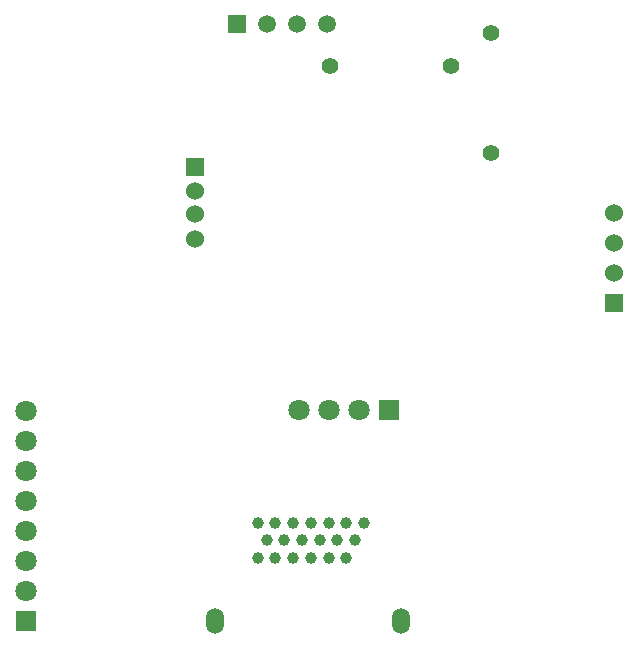
<source format=gtl>
G04 Layer: TopLayer*
G04 EasyEDA v6.5.23, 2023-06-18 13:26:56*
G04 e563b856323e489fb497cbcb29ae2dd2,10*
G04 Gerber Generator version 0.2*
G04 Scale: 100 percent, Rotated: No, Reflected: No *
G04 Dimensions in millimeters *
G04 leading zeros omitted , absolute positions ,4 integer and 5 decimal *
%FSLAX45Y45*%
%MOMM*%

%ADD10R,1.8000X1.8000*%
%ADD11C,1.8000*%
%ADD12C,1.5240*%
%ADD13R,1.5240X1.5240*%
%ADD14C,1.0000*%
%ADD15O,1.499997X2.1999956000000003*%
%ADD16C,1.4000*%
%ADD17R,1.5080X1.5080*%
%ADD18C,1.5080*%

%LPD*%
D10*
G01*
X342900Y368300D03*
D11*
G01*
X342900Y622300D03*
G01*
X342900Y876300D03*
G01*
X342900Y1130300D03*
G01*
X342900Y1384300D03*
G01*
X342900Y1638300D03*
G01*
X342900Y1892300D03*
G01*
X342900Y2146300D03*
D10*
G01*
X3416300Y2159000D03*
D11*
G01*
X3162300Y2159000D03*
G01*
X2908300Y2159000D03*
G01*
X2654300Y2159000D03*
D12*
G01*
X1778000Y3606800D03*
G01*
X1778000Y3812539D03*
G01*
X1778000Y4010660D03*
D13*
G01*
X1778000Y4211320D03*
D14*
G01*
X3206495Y1202397D03*
G01*
X3131489Y1052385D03*
G01*
X3056509Y1202397D03*
G01*
X3056509Y902398D03*
G01*
X2981502Y1052385D03*
G01*
X2906496Y902398D03*
G01*
X2906496Y1202397D03*
G01*
X2831490Y1052385D03*
G01*
X2756509Y1202397D03*
G01*
X2756509Y902398D03*
G01*
X2681503Y1052385D03*
G01*
X2606497Y902398D03*
G01*
X2606497Y1202397D03*
G01*
X2531490Y1052385D03*
G01*
X2456484Y1202397D03*
G01*
X2456484Y902398D03*
G01*
X2381504Y1052385D03*
G01*
X2306497Y902398D03*
G01*
X2306497Y1202397D03*
D15*
G01*
X3516502Y372402D03*
G01*
X1944497Y372402D03*
D16*
G01*
X4279900Y4328693D03*
G01*
X4279900Y5348706D03*
G01*
X3939006Y5067300D03*
G01*
X2918993Y5067300D03*
D17*
G01*
X2133600Y5422087D03*
D18*
G01*
X2387600Y5422087D03*
G01*
X2641600Y5422087D03*
G01*
X2895600Y5422087D03*
D13*
G01*
X5321300Y3060700D03*
D12*
G01*
X5321300Y3314700D03*
G01*
X5321300Y3568700D03*
G01*
X5321300Y3822700D03*
M02*

</source>
